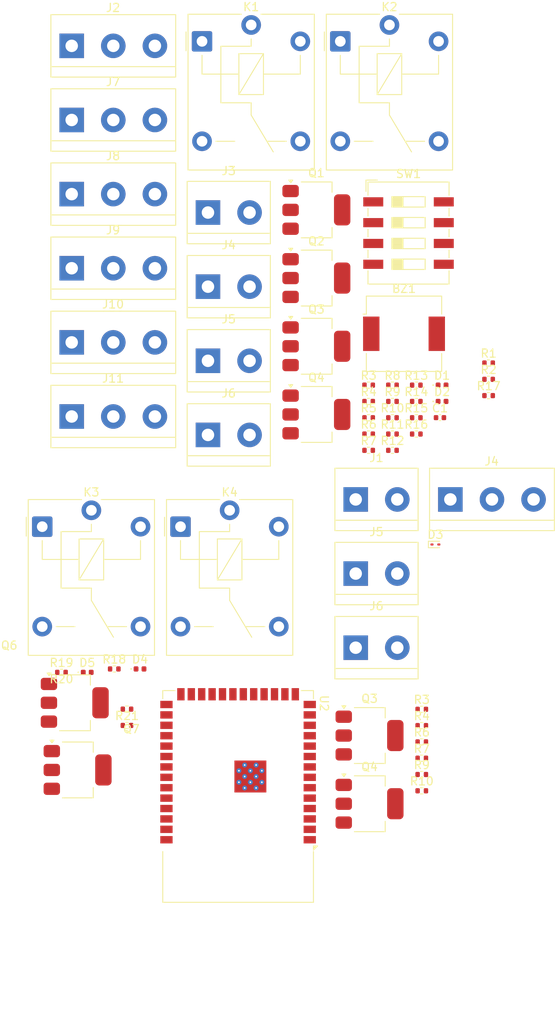
<source format=kicad_pcb>
(kicad_pcb (version 20241229) (generator "pcbnew") (generator_version "9.0")
  (layers (0 "F.Cu" signal) (2 "B.Cu" signal) (13 "F.Paste" user) (15 "B.Paste" user) (5 "F.SilkS" user "F.Silkscreen") (7 "B.SilkS" user "B.Silkscreen") (1 "F.Mask" user) (3 "B.Mask" user) (25 "Edge.Cuts" user))
  (net 0 "")
  (net 1 "Net-(BZ1--)")
  (net 2 "+5V")
  (net 3 "GND")
  (net 4 "Net-(D1-A)")
  (net 5 "Net-(D2-A)")
  (net 6 "Net-(J2-Pin_3)")
  (net 7 "Net-(J2-Pin_2)")
  (net 8 "PP")
  (net 9 "Net-(J4-Pin_1)")
  (net 10 "M2")
  (net 11 "M1")
  (net 12 "FTC")
  (net 13 "Net-(D4-A)")
  (net 14 "Net-(D5-A)")
  (net 18 "PP_M")
  (net 19 "KEYA_M")
  (net 20 "KEYC_M")
  (net 21 "/Board_Micro/to_Light")
  (net 22 "/Board_Micro/to_Buzzer")
  (net 24 "Net-(Q3-C)")
  (net 25 "Net-(Q4-C)")
  (net 26 "Net-(Q1-B)")
  (net 27 "Net-(Q2-B)")
  (net 28 "Net-(Q3-B)")
  (net 29 "Net-(Q4-B)")
  (net 30 "/Board_Micro/RST")
  (net 31 "VDD")
  (net 32 "KEYA")
  (net 33 "BZZR")
  (net 34 "Light")
  (net 35 "MC")
  (net 36 "MA")
  (net 37 "Net-(U1-D13)")
  (net 38 "Net-(U1-D12)")
  (net 39 "Net-(U1-D14)")
  (net 40 "Net-(U1-D27)")
  (net 77 "LSC_M")
  (net 78 "LSA_M")
  (net 79 "FTC_M")
  (net 80 "/Board_Micro/MOTOR_RIGHT")
  (net 81 "/Board_Micro/MOTOR_LEFT")
  (net 82 "/Board_Micro/motor_driver_rly/MOTOR_MICRO_L")
  (net 83 "Net-(Q6-C)")
  (net 84 "Net-(Q7-C)")
  (net 85 "/Board_Micro/motor_driver_rly/MOTOR_MICRO_R")
  (net 86 "Net-(Q6-B)")
  (net 87 "Net-(Q7-B)")
  (net 88 "Light_from_Micro")
  (net 89 "Bzzr_from_Micro")
  (footprint "TerminalBlock:TerminalBlock_bornier-2_P5.08mm" (layer "F.Cu") (at 139.46 132.575)
    (property "Reference" "J6" (at 2.54 -5.08 0) (layer "F.SilkS"))
    (property "Value" "Buzzer")
    (pad "1" thru_hole rect (at 0 0) (size 3 3) (drill 1.52) (layers "*.Cu" "*.Mask") (net 22 "/Board_Micro/to_Buzzer"))
    (pad "2" thru_hole circle (at 5.08 0) (size 3 3) (drill 1.52) (layers "*.Cu" "*.Mask") (net 31 "VDD"))
  )
  (footprint "Capacitor_SMD:C_0402_1005Metric" (layer "F.Cu") (at 149.75 104.49)
    (property "Reference" "C1" (at 0 -1.16 0) (layer "F.SilkS"))
    (property "Value" "22u")
    (pad "1" smd roundrect (at -0.48 0) (size 0.56 0.62) (layers "F.Cu" "F.Mask" "F.Paste") (net 2 "+5V"))
    (pad "2" smd roundrect (at 0.48 0) (size 0.56 0.62) (layers "F.Cu" "F.Mask" "F.Paste") (net 3 "GND"))
  )
  (footprint "Resistor_SMD:R_0402_1005Metric" (layer "F.Cu") (at 147.53 146.065)
    (property "Reference" "R7" (at 0 -1.17 0) (layer "F.SilkS"))
    (property "Value" "1k")
    (pad "1" smd roundrect (at -0.51 0) (size 0.54 0.64) (layers "F.Cu" "F.Mask" "F.Paste") (net 19 "KEYA_M"))
    (pad "2" smd roundrect (at 0.51 0) (size 0.54 0.64) (layers "F.Cu" "F.Mask" "F.Paste") (net 31 "VDD"))
  )
  (footprint "TerminalBlock:TerminalBlock_bornier-3_P5.08mm" (layer "F.Cu") (at 104.78 86.25)
    (property "Reference" "J9" (at 5.05 -4.65 0) (layer "F.SilkS"))
    (property "Value" "idk2")
    (pad "1" thru_hole rect (at 0 0) (size 3 3) (drill 1.52) (layers "*.Cu" "*.Mask"))
    (pad "2" thru_hole circle (at 5.08 0) (size 3 3) (drill 1.52) (layers "*.Cu" "*.Mask"))
    (pad "3" thru_hole circle (at 10.16 0) (size 3 3) (drill 1.52) (layers "*.Cu" "*.Mask"))
  )
  (footprint "Resistor_SMD:R_0402_1005Metric" (layer "F.Cu") (at 109.9775 135.17)
    (property "Reference" "R18" (at 0 -1.17 0) (layer "F.SilkS"))
    (property "Value" "1k")
    (pad "1" smd roundrect (at -0.51 0) (size 0.54 0.64) (layers "F.Cu" "F.Mask" "F.Paste") (net 81 "/Board_Micro/MOTOR_LEFT"))
    (pad "2" smd roundrect (at 0.51 0) (size 0.54 0.64) (layers "F.Cu" "F.Mask" "F.Paste") (net 86 "Net-(Q6-B)"))
  )
  (footprint "Resistor_SMD:R_0402_1005Metric" (layer "F.Cu") (at 141.04 100.52)
    (property "Reference" "R3" (at 0 -1.17 0) (layer "F.SilkS"))
    (property "Value" "1k")
    (pad "1" smd roundrect (at -0.51 0) (size 0.54 0.64) (layers "F.Cu" "F.Mask" "F.Paste") (net 6 "Net-(J2-Pin_3)"))
    (pad "2" smd roundrect (at 0.51 0) (size 0.54 0.64) (layers "F.Cu" "F.Mask" "F.Paste") (net 32 "KEYA"))
  )
  (footprint "Resistor_SMD:R_0402_1005Metric" (layer "F.Cu") (at 111.53 140.075)
    (property "Reference" "R20" (at -8 -3.67 0) (layer "F.SilkS"))
    (property "Value" "1k")
    (pad "1" smd roundrect (at -0.51 0) (size 0.54 0.64) (layers "F.Cu" "F.Mask" "F.Paste") (net 80 "/Board_Micro/MOTOR_RIGHT"))
    (pad "2" smd roundrect (at 0.51 0) (size 0.54 0.64) (layers "F.Cu" "F.Mask" "F.Paste") (net 87 "Net-(Q7-B)"))
  )
  (footprint "TerminalBlock:TerminalBlock_bornier-2_P5.08mm" (layer "F.Cu") (at 139.46 123.525)
    (property "Reference" "J5" (at 2.54 -5.08 0) (layer "F.SilkS"))
    (property "Value" "Light")
    (pad "1" thru_hole rect (at 0 0) (size 3 3) (drill 1.52) (layers "*.Cu" "*.Mask") (net 21 "/Board_Micro/to_Light"))
    (pad "2" thru_hole circle (at 5.08 0) (size 3 3) (drill 1.52) (layers "*.Cu" "*.Mask") (net 31 "VDD"))
  )
  (footprint "Resistor_SMD:R_0402_1005Metric" (layer "F.Cu") (at 147.53 144.075)
    (property "Reference" "R6" (at 0 -1.17 0) (layer "F.SilkS"))
    (property "Value" "1k")
    (pad "1" smd roundrect (at -0.51 0) (size 0.54 0.64) (layers "F.Cu" "F.Mask" "F.Paste") (net 20 "KEYC_M"))
    (pad "2" smd roundrect (at 0.51 0) (size 0.54 0.64) (layers "F.Cu" "F.Mask" "F.Paste") (net 31 "VDD"))
  )
  (footprint "LED_SMD:LED_0402_1005Metric" (layer "F.Cu") (at 150.005 100.52)
    (property "Reference" "D1" (at 0 -1.17 0) (layer "F.SilkS"))
    (property "Value" "CLOSED LED")
    (pad "1" smd roundrect (at -0.485 0) (size 0.59 0.64) (layers "F.Cu" "F.Mask" "F.Paste") (net 3 "GND"))
    (pad "2" smd roundrect (at 0.485 0) (size 0.59 0.64) (layers "F.Cu" "F.Mask" "F.Paste") (net 4 "Net-(D1-A)"))
  )
  (footprint "TerminalBlock:TerminalBlock_bornier-3_P5.08mm" (layer "F.Cu") (at 104.78 59.1)
    (property "Reference" "J2" (at 5.05 -4.65 0) (layer "F.SilkS"))
    (property "Value" "KEY")
    (pad "1" thru_hole rect (at 0 0) (size 3 3) (drill 1.52) (layers "*.Cu" "*.Mask") (net 3 "GND"))
    (pad "2" thru_hole circle (at 5.08 0) (size 3 3) (drill 1.52) (layers "*.Cu" "*.Mask") (net 7 "Net-(J2-Pin_2)"))
    (pad "3" thru_hole circle (at 10.16 0) (size 3 3) (drill 1.52) (layers "*.Cu" "*.Mask") (net 6 "Net-(J2-Pin_3)"))
  )
  (footprint "Resistor_SMD:R_0402_1005Metric" (layer "F.Cu") (at 155.69 97.82)
    (property "Reference" "R1" (at 0 -1.17 0) (layer "F.SilkS"))
    (property "Value" "22k")
    (pad "1" smd roundrect (at -0.51 0) (size 0.54 0.64) (layers "F.Cu" "F.Mask" "F.Paste") (net 30 "/Board_Micro/RST"))
    (pad "2" smd roundrect (at 0.51 0) (size 0.54 0.64) (layers "F.Cu" "F.Mask" "F.Paste") (net 31 "VDD"))
  )
  (footprint "Resistor_SMD:R_0402_1005Metric" (layer "F.Cu") (at 146.86 104.5)
    (property "Reference" "R15" (at 0 -1.17 0) (layer "F.SilkS"))
    (property "Value" "1k")
    (pad "1" smd roundrect (at -0.51 0) (size 0.54 0.64) (layers "F.Cu" "F.Mask" "F.Paste") (net 32 "KEYA"))
    (pad "2" smd roundrect (at 0.51 0) (size 0.54 0.64) (layers "F.Cu" "F.Mask" "F.Paste") (net 39 "Net-(U1-D14)"))
  )
  (footprint "Resistor_SMD:R_0402_1005Metric" (layer "F.Cu") (at 146.86 102.51)
    (property "Reference" "R14" (at 0 -1.17 0) (layer "F.SilkS"))
    (property "Value" "1k")
    (pad "1" smd roundrect (at -0.51 0) (size 0.54 0.64) (layers "F.Cu" "F.Mask" "F.Paste") (net 32 "KEYA"))
    (pad "2" smd roundrect (at 0.51 0) (size 0.54 0.64) (layers "F.Cu" "F.Mask" "F.Paste") (net 38 "Net-(U1-D12)"))
  )
  (footprint "Resistor_SMD:R_0402_1005Metric" (layer "F.Cu") (at 155.69 101.8)
    (property "Reference" "R17" (at 0 -1.17 0) (layer "F.SilkS"))
    (property "Value" "1k")
    (pad "1" smd roundrect (at -0.51 0) (size 0.54 0.64) (layers "F.Cu" "F.Mask" "F.Paste") (net 78 "LSA_M"))
    (pad "2" smd roundrect (at 0.51 0) (size 0.54 0.64) (layers "F.Cu" "F.Mask" "F.Paste") (net 31 "VDD"))
  )
  (footprint "Resistor_SMD:R_0402_1005Metric" (layer "F.Cu") (at 143.95 106.49)
    (property "Reference" "R11" (at 0 -1.17 0) (layer "F.SilkS"))
    (property "Value" "1k")
    (pad "1" smd roundrect (at -0.51 0) (size 0.54 0.64) (layers "F.Cu" "F.Mask" "F.Paste") (net 36 "MA"))
    (pad "2" smd roundrect (at 0.51 0) (size 0.54 0.64) (layers "F.Cu" "F.Mask" "F.Paste") (net 29 "Net-(Q4-B)"))
  )
  (footprint "Resistor_SMD:R_0402_1005Metric" (layer "F.Cu") (at 143.95 102.51)
    (property "Reference" "R9" (at 0 -1.17 0) (layer "F.SilkS"))
    (property "Value" "220")
    (pad "1" smd roundrect (at -0.51 0) (size 0.54 0.64) (layers "F.Cu" "F.Mask" "F.Paste") (net 4 "Net-(D1-A)"))
    (pad "2" smd roundrect (at 0.51 0) (size 0.54 0.64) (layers "F.Cu" "F.Mask" "F.Paste") (net 35 "MC"))
  )
  (footprint "TerminalBlock:TerminalBlock_bornier-2_P5.08mm" (layer "F.Cu") (at 121.42 79.45)
    (property "Reference" "J3" (at 2.54 -5.08 0) (layer "F.SilkS"))
    (property "Value" "PP")
    (pad "1" thru_hole rect (at 0 0) (size 3 3) (drill 1.52) (layers "*.Cu" "*.Mask") (net 3 "GND"))
    (pad "2" thru_hole circle (at 5.08 0) (size 3 3) (drill 1.52) (layers "*.Cu" "*.Mask") (net 8 "PP"))
  )
  (footprint "Resistor_SMD:R_0402_1005Metric" (layer "F.Cu") (at 141.04 104.5)
    (property "Reference" "R5" (at 0 -1.17 0) (layer "F.SilkS"))
    (property "Value" "1k")
    (pad "1" smd roundrect (at -0.51 0) (size 0.54 0.64) (layers "F.Cu" "F.Mask" "F.Paste") (net 32 "KEYA"))
    (pad "2" smd roundrect (at 0.51 0) (size 0.54 0.64) (layers "F.Cu" "F.Mask" "F.Paste") (net 8 "PP"))
  )
  (footprint "Package_TO_SOT_SMD:SOT-223-3_TabPin2" (layer "F.Cu") (at 141.15 151.625)
    (property "Reference" "Q4" (at 0 -4.5 0) (layer "F.SilkS"))
    (property "Value" "PNP")
    (pad "1" smd roundrect (at -3.15 -2.3) (size 2 1.5) (layers "F.Cu" "F.Mask" "F.Paste") (net 29 "Net-(Q4-B)"))
    (pad "2" smd roundrect (at -3.15 0) (size 2 1.5) (layers "F.Cu" "F.Mask" "F.Paste") (net 22 "/Board_Micro/to_Buzzer"))
    (pad "2" smd roundrect (at 3.15 0) (size 2 3.8) (layers "F.Cu" "F.Mask" "F.Paste") (net 22 "/Board_Micro/to_Buzzer"))
    (pad "3" smd roundrect (at -3.15 2.3) (size 2 1.5) (layers "F.Cu" "F.Mask" "F.Paste") (net 3 "GND"))
  )
  (footprint "RF_Module:ESP32-S3-WROOM-1" (layer "F.Cu") (at 125.1 150.76 180)
    (property "Reference" "U2" (at -10.5 11.4 270) (layer "F.SilkS"))
    (property "Value" "ESP32-S3-WROOM-1")
    (pad "1" smd rect (at -8.75 -5.26 180) (size 1.5 0.9) (layers "F.Cu" "F.Mask" "F.Paste") (net 3 "GND"))
    (pad "2" smd rect (at -8.75 -3.99 180) (size 1.5 0.9) (layers "F.Cu" "F.Mask" "F.Paste") (net 31 "VDD"))
    (pad "3" smd rect (at -8.75 -2.72 180) (size 1.5 0.9) (layers "F.Cu" "F.Mask" "F.Paste") (net 30 "/Board_Micro/RST"))
    (pad "4" smd rect (at -8.75 -1.45 180) (size 1.5 0.9) (layers "F.Cu" "F.Mask" "F.Paste"))
    (pad "5" smd rect (at -8.75 -0.18 180) (size 1.5 0.9) (layers "F.Cu" "F.Mask" "F.Paste"))
    (pad "6" smd rect (at -8.75 1.09 180) (size 1.5 0.9) (layers "F.Cu" "F.Mask" "F.Paste"))
    (pad "7" smd rect (at -8.75 2.36 180) (size 1.5 0.9) (layers "F.Cu" "F.Mask" "F.Paste"))
    (pad "8" smd rect (at -8.75 3.63 180) (size 1.5 0.9) (layers "F.Cu" "F.Mask" "F.Paste"))
    (pad "9" smd rect (at -8.75 4.9 180) (size 1.5 0.9) (layers "F.Cu" "F.Mask" "F.Paste"))
    (pad "10" smd rect (at -8.75 6.17 180) (size 1.5 0.9) (layers "F.Cu" "F.Mask" "F.Paste"))
    (pad "11" smd rect (at -8.75 7.44 180) (size 1.5 0.9) (layers "F.Cu" "F.Mask" "F.Paste"))
    (pad "12" smd rect (at -8.75 8.71 180) (size 1.5 0.9) (layers "F.Cu" "F.Mask" "F.Paste"))
    (pad "13" smd rect (at -8.75 9.98 180) (size 1.5 0.9) (layers "F.Cu" "F.Mask" "F.Paste"))
    (pad "14" smd rect (at -8.75 11.25) (size 1.5 0.9) (layers "F.Cu" "F.Mask" "F.Paste"))
    (pad "15" smd rect (at -6.985 12.5 90) (size 1.5 0.9) (layers "F.Cu" "F.Mask" "F.Paste"))
    (pad "16" smd rect (at -5.715 12.5 90) (size 1.5 0.9) (layers "F.Cu" "F.Mask" "F.Paste"))
    (pad "17" smd rect (at -4.445 12.5 90) (size 1.5 0.9) (layers "F.Cu" "F.Mask" "F.Paste"))
    (pad "18" smd rect (at -3.175 12.5 90) (size 1.5 0.9) (layers "F.Cu" "F.Mask" "F.Paste"))
    (pad "19" smd rect (at -1.905 12.5 90) (size 1.5 0.9) (layers "F.Cu" "F.Mask" "F.Paste"))
    (pad "20" smd rect (at -0.635 12.5 90) (size 1.5 0.9) (layers "F.Cu" "F.Mask" "F.Paste"))
    (pad "21" smd rect (at 0.635 12.5 90) (size 1.5 0.9) (layers "F.Cu" "F.Mask" "F.Paste"))
    (pad "22" smd rect (at 1.905 12.5 90) (size 1.5 0.9) (layers "F.Cu" "F.Mask" "F.Paste"))
    (pad "23" smd rect (at 3.175 12.5 90) (size 1.5 0.9) (layers "F.Cu" "F.Mask" "F.Paste"))
    (pad "24" smd rect (at 4.445 12.5 90) (size 1.5 0.9) (layers "F.Cu" "F.Mask" "F.Paste"))
    (pad "25" smd rect (at 5.715 12.5 90) (size 1.5 0.9) (layers "F.Cu" "F.Mask" "F.Paste"))
    (pad "26" smd rect (at 6.985 12.5 90) (size 1.5 0.9) (layers "F.Cu" "F.Mask" "F.Paste"))
    (pad "27" smd rect (at 8.75 11.25 180) (size 1.5 0.9) (layers "F.Cu" "F.Mask" "F.Paste"))
    (pad "28" smd rect (at 8.75 9.98 180) (size 1.5 0.9) (layers "F.Cu" "F.Mask" "F.Paste"))
    (pad "29" smd rect (at 8.75 8.71 180) (size 1.5 0.9) (layers "F.Cu" "F.Mask" "F.Paste"))
    (pad "30" smd rect (at 8.75 7.44 180) (size 1.5 0.9) (layers "F.Cu" "F.Mask" "F.Paste"))
    (pad "31" smd rect (at 8.75 6.17 180) (size 1.5 0.9) (layers "F.Cu" "F.Mask" "F.Paste"))
    (pad "32" smd rect (at 8.75 4.9 180) (size 1.5 0.9) (layers "F.Cu" "F.Mask" "F.Paste"))
    (pad "33" smd rect (at 8.75 3.63 180) (size 1.5 0.9) (layers "F.Cu" "F.Mask" "F.Paste"))
    (pad "34" smd rect (at 8.75 2.36 180) (size 1.5 0.9) (layers "F.Cu" "F.Mask" "F.Paste"))
    (pad "35" smd rect (at 8.75 1.09 180) (size 1.5 0.9) (layers "F.Cu" "F.Mask" "F.Paste"))
    (pad "36" smd rect (at 8.75 -0.18 180) (size 1.5 0.9) (layers "F.Cu" "F.Mask" "F.Paste"))
    (pad "37" smd rect (at 8.75 -1.45 180) (size 1.5 0.9) (layers "F.Cu" "F.Mask" "F.Paste"))
    (pad "38" smd rect (at 8.75 -2.72 180) (size 1.5 0.9) (layers "F.Cu" "F.Mask" "F.Paste"))
    (pad "39" smd rect (at 8.75 -3.99 180) (size 1.5 0.9) (layers "F.Cu" "F.Mask" "F.Paste"))
    (pad "40" smd rect (at 8.75 -5.26 180) (size 1.5 0.9) (layers "F.Cu" "F.Mask" "F.Paste") (net 3 "GND"))
    (pad "41" thru_hole circle (at -2.9 1.76 270) (size 0.6 0.6) (drill 0.2) (property pad_prop_heatsink) (layers "*.Cu" "F.Mask") (net 3 "GND"))
    (pad "41" thru_hole circle (at -2.9 3.16 180) (size 0.6 0.6) (drill 0.2) (property pad_prop_heatsink) (layers "*.Cu" "F.Mask") (net 3 "GND"))
    (pad "41" thru_hole circle (at -2.2 1.06 180) (size 0.6 0.6) (drill 0.2) (property pad_prop_heatsink) (layers "*.Cu" "F.Mask") (net 3 "GND"))
    (pad "41" thru_hole circle (at -2.2 2.46 180) (size 0.6 0.6) (drill 0.2) (property pad_prop_heatsink) (layers "*.Cu" "F.Mask") (net 3 "GND"))
    (pad "41" thru_hole circle (at -2.2 3.86 180) (size 0.6 0.6) (drill 0.2) (property pad_prop_heatsink) (layers "*.Cu" "F.Mask") (net 3 "GND"))
    (pad "41" thru_hole circle (at -1.5 1.76 180) (size 0.6 0.6) (drill 0.2) (property pad_prop_heatsink) (layers "*.Cu" "F.Mask") (net 3 "GND"))
    (pad "41" smd rect (at -1.5 2.46 90) (size 3.9 3.9) (property pad_prop_heatsink) (layers "F.Cu" "F.Mask") (net 3 "GND"))
    (pad "41" thru_hole circle (at -1.5 3.16 180) (size 0.6 0.6) (drill 0.2) (property pad_prop_heatsink) (layers "*.Cu" "F.Mask") (net 3 "GND"))
    (pad "41" thru_hole circle (at -0.8 1.06 180) (size 0.6 0.6) (drill 0.2) (property pad_prop_heatsink) (layers "*.Cu" "F.Mask") (net 3 "GND"))
    (pad "41" thru_hole circle (at -0.8 2.46 180) (size 0.6 0.6) (drill 0.2) (property pad_prop_heatsink) (layers "*.Cu" "F.Mask") (net 3 "GND"))
    (pad "41" thru_hole circle (at -0.8 3.86 180) (size 0.6 0.6) (drill 0.2) (property pad_prop_heatsink) (layers "*.Cu" "F.Mask") (net 3 "GND"))
    (pad "41" thru_hole circle (at -0.1 1.76 180) (size 0.6 0.6) (drill 0.2) (property pad_prop_heatsink) (layers "*.Cu" "F.Mask") (net 3 "GND"))
    (pad "41" thru_hole circle (at -0.1 3.16 180) (size 0.6 0.6) (drill 0.2) (property pad_prop_heatsink) (layers "*.Cu" "F.Mask") (net 3 "GND"))
  )
  (footprint "Package_TO_SOT_SMD:SOT-223-3_TabPin2" (layer "F.Cu") (at 105.5 147.5)
    (property "Reference" "Q7" (at 6.5675 -5 0) (layer "F.SilkS"))
    (property "Value" "PNP")
    (pad "1" smd roundrect (at -3.15 -2.3) (size 2 1.5) (layers "F.Cu" "F.Mask" "F.Paste") (net 87 "Net-(Q7-B)"))
    (pad "2" smd roundrect (at -3.15 0) (size 2 1.5) (layers "F.Cu" "F.Mask" "F.Paste") (net 84 "Net-(Q7-C)"))
    (pad "2" smd roundrect (at 3.15 0) (size 2 3.8) (layers "F.Cu" "F.Mask" "F.Paste") (net 84 "Net-(Q7-C)"))
    (pad "3" smd roundrect (at -3.15 2.3) (size 2 1.5) (layers "F.Cu" "F.Mask" "F.Paste") (net 3 "GND"))
  )
  (footprint "Resistor_SMD:R_0402_1005Metric" (layer "F.Cu") (at 146.86 106.49)
    (property "Reference" "R16" (at 0 -1.17 0) (layer "F.SilkS"))
    (property "Value" "1k")
    (pad "1" smd roundrect (at -0.51 0) (size 0.54 0.64) (layers "F.Cu" "F.Mask" "F.Paste") (net 32 "KEYA"))
    (pad "2" smd roundrect (at 0.51 0) (size 0.54 0.64) (layers "F.Cu" "F.Mask" "F.Paste") (net 40 "Net-(U1-D27)"))
  )
  (footprint "Resistor_SMD:R_0402_1005Metric" (layer "F.Cu") (at 141.04 108.48)
    (property "Reference" "R7" (at 0 -1.17 0) (layer "F.SilkS"))
    (property "Value" "1k")
    (pad "1" smd roundrect (at -0.51 0) (size 0.54 0.64) (layers "F.Cu" "F.Mask" "F.Paste") (net 34 "Light"))
    (pad "2" smd roundrect (at 0.51 0) (size 0.54 0.64) (layers "F.Cu" "F.Mask" "F.Paste") (net 27 "Net-(Q2-B)"))
  )
  (footprint "TerminalBlock:TerminalBlock_bornier-3_P5.08mm" (layer "F.Cu") (at 104.78 104.35)
    (property "Reference" "J11" (at 5.05 -4.65 0) (layer "F.SilkS"))
    (property "Value" "Motor")
    (pad "1" thru_hole rect (at 0 0) (size 3 3) (drill 1.52) (layers "*.Cu" "*.Mask") (net 80 "/Board_Micro/MOTOR_RIGHT"))
    (pad "2" thru_hole circle (at 5.08 0) (size 3 3) (drill 1.52) (layers "*.Cu" "*.Mask"))
    (pad "3" thru_hole circle (at 10.16 0) (size 3 3) (drill 1.52) (layers "*.Cu" "*.Mask") (net 81 "/Board_Micro/MOTOR_LEFT"))
  )
  (footprint "TerminalBlock:TerminalBlock_bornier-3_P5.08mm" (layer "F.Cu") (at 104.78 95.3)
    (property "Reference" "J10" (at 5.05 -4.65 0) (layer "F.SilkS"))
    (property "Value" "FTC")
    (pad "1" thru_hole rect (at 0 0) (size 3 3) (drill 1.52) (layers "*.Cu" "*.Mask") (net 31 "VDD"))
    (pad "2" thru_hole circle (at 5.08 0) (size 3 3) (drill 1.52) (layers "*.Cu" "*.Mask") (net 79 "FTC_M"))
    (pad "3" thru_hole circle (at 10.16 0) (size 3 3) (drill 1.52) (layers "*.Cu" "*.Mask") (net 3 "GND"))
  )
  (footprint "Resistor_SMD:R_0402_1005Metric" (layer "F.Cu") (at 147.53 148.055)
    (property "Reference" "R9" (at 0 -1.17 0) (layer "F.SilkS"))
    (property "Value" "1k")
    (pad "1" smd roundrect (at -0.51 0) (size 0.54 0.64) (layers "F.Cu" "F.Mask" "F.Paste") (net 88 "Light_from_Micro"))
    (pad "2" smd roundrect (at 0.51 0) (size 0.54 0.64) (layers "F.Cu" "F.Mask" "F.Paste") (net 28 "Net-(Q3-B)"))
  )
  (footprint "Package_TO_SOT_SMD:SOT-223-3_TabPin2" (layer "F.Cu") (at 105.15 139.3)
    (property "Reference" "Q6" (at -8 -7 0) (layer "F.SilkS"))
    (property "Value" "PNP")
    (pad "1" smd roundrect (at -3.15 -2.3) (size 2 1.5) (layers "F.Cu" "F.Mask" "F.Paste") (net 86 "Net-(Q6-B)"))
    (pad "2" smd roundrect (at -3.15 0) (size 2 1.5) (layers "F.Cu" "F.Mask" "F.Paste") (net 83 "Net-(Q6-C)"))
    (pad "2" smd roundrect (at 3.15 0) (size 2 3.8) (layers "F.Cu" "F.Mask" "F.Paste") (net 83 "Net-(Q6-C)"))
    (pad "3" smd roundrect (at -3.15 2.3) (size 2 1.5) (layers "F.Cu" "F.Mask" "F.Paste") (net 3 "GND"))
  )
  (footprint "Resistor_SMD:R_0402_1005Metric" (layer "F.Cu") (at 143.95 104.5)
    (property "Reference" "R10" (at 0 -1.17 0) (layer "F.SilkS"))
    (property "Value" "1k")
    (pad "1" smd roundrect (at -0.51 0) (size 0.54 0.64) (layers "F.Cu" "F.Mask" "F.Paste") (net 35 "MC"))
    (pad "2" smd roundrect (at 0.51 0) (size 0.54 0.64) (layers "F.Cu" "F.Mask" "F.Paste") (net 28 "Net-(Q3-B)"))
  )
  (footprint "LED_SMD:LED_0402_1005Metric" (layer "F.Cu") (at 106.675 135.585)
    (property "Reference" "D5" (at 0 -1.17 0) (layer "F.SilkS"))
    (property "Value" "OPEN LED")
    (pad "1" smd roundrect (at -0.485 0) (size 0.59 0.64) (layers "F.Cu" "F.Mask" "F.Paste") (net 3 "GND"))
    (pad "2" smd roundrect (at 0.485 0) (size 0.59 0.64) (layers "F.Cu" "F.Mask" "F.Paste") (net 14 "Net-(D5-A)"))
  )
  (footprint "Resistor_SMD:R_0402_1005Metric" (layer "F.Cu") (at 143.95 100.52)
    (property "Reference" "R8" (at 0 -1.17 0) (layer "F.SilkS"))
    (property "Value" "1k")
    (pad "1" smd roundrect (at -0.51 0) (size 0.54 0.64) (layers "F.Cu" "F.Mask" "F.Paste") (net 32 "KEYA"))
    (pad "2" smd roundrect (at 0.51 0) (size 0.54 0.64) (layers "F.Cu" "F.Mask" "F.Paste") (net 12 "FTC"))
  )
  (footprint "Resistor_SMD:R_0402_1005Metric" (layer "F.Cu") (at 103.53 135.585)
    (property "Reference" "R19" (at 0 -1.17 0) (layer "F.SilkS"))
    (property "Value" "220")
    (pad "1" smd roundrect (at -0.51 0) (size 0.54 0.64) (layers "F.Cu" "F.Mask" "F.Paste") (net 13 "Net-(D4-A)"))
    (pad "2" smd roundrect (at 0.51 0) (size 0.54 0.64) (layers "F.Cu" "F.Mask" "F.Paste") (net 81 "/Board_Micro/MOTOR_LEFT"))
  )
  (footprint "LED_SMD:LED_0402_1005Metric" (layer "F.Cu") (at 113.1225 135.17)
    (property "Reference" "D4" (at 0 -1.17 0) (layer "F.SilkS"))
    (property "Value" "CLOSED LED")
    (pad "1" smd roundrect (at -0.485 0) (size 0.59 0.64) (layers "F.Cu" "F.Mask" "F.Paste") (net 3 "GND"))
    (pad "2" smd roundrect (at 0.485 0) (size 0.59 0.64) (layers "F.Cu" "F.Mask" "F.Paste") (net 13 "Net-(D4-A)"))
  )
  (footprint "Resistor_SMD:R_0402_1005Metric" (layer "F.Cu") (at 155.69 99.81)
    (property "Reference" "R2" (at 0 -1.17 0) (layer "F.SilkS"))
    (property "Value" "1k")
    (pad "1" smd roundrect (at -0.51 0) (size 0.54 0.64) (layers "F.Cu" "F.Mask" "F.Paste") (net 31 "VDD"))
    (pad "2" smd roundrect (at 0.51 0) (size 0.54 0.64) (layers "F.Cu" "F.Mask" "F.Paste") (net 77 "LSC_M"))
  )
  (footprint "Resistor_SMD:R_0402_1005Metric" (layer "F.Cu") (at 141.04 102.51)
    (property "Reference" "R4" (at 0 -1.17 0) (layer "F.SilkS"))
    (property "Value" "1k")
    (pad "1" smd roundrect (at -0.51 0) (size 0.54 0.64) (layers "F.Cu" "F.Mask" "F.Paste") (net 32 "KEYA"))
    (pad "2" smd roundrect (at 0.51 0) (size 0.54 0.64) (layers "F.Cu" "F.Mask" "F.Paste") (net 7 "Net-(J2-Pin_2)"))
  )
  (footprint "Resistor_SMD:R_0402_1005Metric" (layer "F.Cu") (at 147.53 140.095)
    (property "Reference" "R3" (at 0 -1.17 0) (layer "F.SilkS"))
    (property "Value" "1k")
    (pad "1" smd roundrect (at -0.51 0) (size 0.54 0.64) (layers "F.Cu" "F.Mask" "F.Paste") (net 18 "PP_M"))
    (pad "2" smd roundrect (at 0.51 0) (size 0.54 0.64) (layers "F.Cu" "F.Mask" "F.Paste") (net 31 "VDD"))
  )
  (footprint "Buzzer_Beeper:Buzzer_CUI_CPT-9019S-SMT" (layer "F.Cu") (at 145.36 94.25)
    (property "Reference" "BZ1" (at 0 -5.5 0) (layer "F.SilkS"))
    (property "Value" "Buzzer")
    (pad "1" smd rect (at -4 0) (size 2 4.2) (layers "F.Cu" "F.Mask" "F.Paste") (net 2 "+5V"))
    (pad "2" smd rect (at 4 0) (size 2 4.2) (layers "F.Cu" "F.Mask" "F.Paste") (net 1 "Net-(BZ1--)"))
  )
  (footprint "TerminalBlock:TerminalBlock_bornier-2_P5.08mm" (layer "F.Cu") (at 139.46 114.475)
    (property "Reference" "J1" (at 2.54 -5.08 0) (layer "F.SilkS"))
    (property "Value" "PP")
    (pad "1" thru_hole rect (at 0 0) (size 3 3) (drill 1.52) (layers "*.Cu" "*.Mask") (net 18 "PP_M"))
    (pad "2" thru_hole circle (at 5.08 0) (size 3 3) (drill 1.52) (layers "*.Cu" "*.Mask") (net 3 "GND"))
  )
  (footprint "Relay_THT:Relay_SPDT_Finder_36.11" (layer "F.Cu") (at 101.1825 117.8)
    (property "Reference" "K3" (at 6 -4.2 0) (layer "F.SilkS"))
    (property "Value" "Relay 2")
    (pad "11" thru_hole circle (at 6 -2) (size 2.4 2.4) (drill 1.3) (layers "*.Cu" "*.Mask") (net 82 "/Board_Micro/motor_driver_rly/MOTOR_MICRO_L") (clearance 0.2))
    (pad "12" thru_hole circle (at 12 12.2) (size 2.4 2.4) (drill 1.3) (layers "*.Cu" "*.Mask") (net 31 "VDD"))
    (pad "14" thru_hole circle (at 0 12.2) (size 2.4 2.4) (drill 1.3) (layers "*.Cu" "*.Mask") (net 3 "GND"))
    (pad "A1" thru_hole roundrect (at 0 0) (size 2.5 2.5) (drill 1.3) (layers "*.Cu" "*.Mask") (roundrect_rratio 0.1) (net 31 "VDD"))
    (pad "A2" thru_hole circle (at 12 0) (size 2.4 2.4) (drill 1.3) (layers "*.Cu" "*.Mask") (net 83 "Net-(Q6-C)"))
  )
  (footprint "TerminalBlock:TerminalBlock_bornier-3_P5.08mm" (layer "F.Cu") (at 104.78 77.2)
    (property "Reference" "J8" (at 5.05 -4.65 0) (layer "F.SilkS"))
    (property "Value" "Limit Switch")
    (pad "1" thru_hole rect (at 0 0) (size 3 3) (drill 1.52) (layers "*.Cu" "*.Mask") (net 78 "LSA_M"))
    (pad "2" thru_hole circle (at 5.08 0) (size 3 3) (drill 1.52) (layers "*.Cu" "*.Mask") (net 3 "GND"))
    (pad "3" thru_hole circle (at 10.16 0) (size 3 3) (drill 1.52) (layers "*.Cu" "*.Mask") (net 77 "LSC_M"))
  )
  (footprint "Resistor_SMD:R_0402_1005Metric" (layer "F.Cu") (at 146.86 100.52)
    (property "Reference" "R13" (at 0 -1.17 0) (layer "F.SilkS"))
    (property "Value" "1k")
    (pad "1" smd roundrect (at -0.51 0) (size 0.54 0.64) (layers "F.Cu" "F.Mask" "F.Paste") (net 32 "KEYA"))
    (pad "2" smd roundrect (at 0.51 0) (size 0.54 0.64) (layers "F.Cu" "F.Mask" "F.Paste") (net 37 "Net-(U1-D13)"))
  )
  (footprint "TerminalBlock:TerminalBlock_bornier-2_P5.08mm" (layer "F.Cu") (at 121.42 88.5)
    (property "Reference" "J4" (at 2.54 -5.08 0) (layer "F.SilkS"))
    (property "Value" "Light")
    (pad "1" thru_hole rect (at 0 0) (size 3 3) (drill 1.52) (layers "*.Cu" "*.Mask") (net 9 "Net-(J4-Pin_1)"))
    (pad "2" thru_hole circle (at 5.08 0) (size 3 3) (drill 1.52) (layers "*.Cu" "*.Mask") (net 2 "+5V"))
  )
  (footprint "TerminalBlock:TerminalBlock_bornier-2_P5.08mm" (layer "F.Cu") (at 121.42 106.6)
    (property "Reference" "J6" (at 2.54 -5.08 0) (layer "F.SilkS"))
    (property "Value" "VIn")
    (pad "1" thru_hole rect (at 0 0) (size 3 3) (drill 1.52) (layers "*.Cu" "*.Mask") (net 3 "GND"))
    (pad "2" thru_hole circle (at 5.08 0) (size 3 3) (drill 1.52) (layers "*.Cu" "*.Mask") (net 2 "+5V"))
  )
  (footprint "Resistor_SMD:R_0402_1005Metric" (layer "F.Cu") (at 147.53 150.045)
    (property "Reference" "R10" (at 0 -1.17 0) (layer "F.SilkS"))
    (property "Value" "1k")
    (pad "1" smd roundrect (at -0.51 0) (size 0.54 0.64) (layers "F.Cu" "F.Mask" "F.Paste") (net 89 "Bzzr_from_Micro"))
    (pad "2" smd roundrect (at 0.51 0) (size 0.54 0.64) (layers "F.Cu" "F.Mask" "F.Paste") (net 29 "Net-(Q4-B)"))
  )
  (footprint "LED_SMD:LED_0402_1005Metric" (layer "F.Cu") (at 150.005 102.51)
    (property "Reference" "D2" (at 0 -1.17 0) (layer "F.SilkS"))
    (property "Value" "OPEN LED")
    (pad "1" smd roundrect (at -0.485 0) (size 0.59 0.64) (layers "F.Cu" "F.Mask" "F.Paste") (net 3 "GND"))
    (pad "2" smd roundrect (at 0.485 0) (size 0.59 0.64) (layers "F.Cu" "F.Mask" "F.Paste") (net 5 "Net-(D2-A)"))
  )
  (footprint "TerminalBlock:TerminalBlock_bornier-3_P5.08mm" (layer "F.Cu") (at 104.78 68.15)
    (property "Reference" "J7" (at 5.05 -4.65 0) (layer "F.SilkS"))
    (property "Value" "Fotocelda")
    (pad "1" thru_hole rect (at 0 0) (size 3 3) (drill 1.52) (layers "*.Cu" "*.Mask") (net 3 "GND"))
    (pad "2" thru_hole circle (at 5.08 0) (size 3 3) (drill 1.52) (layers "*.Cu" "*.Mask") (net 12 "FTC"))
    (pad "3" thru_hole circle (at 10.16 0) (size 3 3) (drill 1.52) (layers "*.Cu" "*.Mask") (net 2 "+5V"))
  )
  (footprint "Resistor_SMD:R_0402_1005Metric" (layer "F.Cu") (at 111.53 142.065)
    (property "Reference" "R21" (at 0 -1.17 0) (layer "F.SilkS"))
    (property "Value" "220")
    (pad "1" smd roundrect (at -0.51 0) (size 0.54 0.64) (layers "F.Cu" "F.Mask" "F.Paste") (net 14 "Net-(D5-A)"))
    (pad "2" smd roundrect (at 0.51 0) (size 0.54 0.64) (layers "F.Cu" "F.Mask" "F.Paste") (net 80 "/Board_Micro/MOTOR_RIGHT"))
  )
  (footprint "TerminalBlock:TerminalBlock_bornier-3_P5.08mm" (layer "F.Cu") (at 151.02 114.475)
    (property "Reference" "J4" (at 5.05 -4.65 0) (layer "F.SilkS"))
    (property "Value" "KEY")
    (pad "1" thru_hole rect (at 0 0) (size 3 3) (drill 1.52) (layers "*.Cu" "*.Mask") (net 19 "KEYA_M"))
    (pad "2" thru_hole circle (at 5.08 0) (size 3 3) (drill 1.52) (layers "*.Cu" "*.Mask") (net 20 "KEYC_M"))
    (pad "3" thru_hole circle (at 10.16 0) (size 3 3) (drill 1.52) (layers "*.Cu" "*.Mask") (net 3 "GND"))
  )
  (footprint "Relay_THT:Relay_SPDT_Finder_36.11" (layer "F.Cu") (at 137.58 58.55)
    (property "Reference" "K2" (at 6 -4.2 0) (layer "F.SilkS"))
    (property "Value" "Relay 1")
    (pad "11" thru_hole circle (at 6 -2) (size 2.4 2.4) (drill 1.3) (layers "*.Cu" "*.Mask") (net 11 "M1") (clearance 0.2))
    (pad "12" thru_hole circle (at 12 12.2) (size 2.4 2.4) (drill 1.3) (layers "*.Cu" "*.Mask") (net 2 "+5V"))
    (pad "14" thru_hole circle (at 0 12.2) (size 2.4 2.4) (drill 1.3) (layers "*.Cu" "*.Mask") (net 3 "GND"))
    (pad "A1" thru_hole roundrect (at 0 0) (size 2.5 2.5) (drill 1.3) (layers "*.Cu" "*.Mask") (roundrect_rratio 0.1) (net 2 "+5V"))
    (pad "A2" thru_hole circle (at 12 0) (size 2.4 2.4) (drill 1.3) (layers "*.Cu" "*.Mask") (net 25 "Net-(Q4-C)"))
  )
  (footprint "Relay_THT:Relay_SPDT_Finder_36.11" (layer "F.Cu") (at 118.0675 117.8)
    (property "Reference" "K4" (at 6 -4.2 0) (layer "F.SilkS"))
    (property "Value" "Relay 1")
    (pad "11" thru_hole circle (at 6 -2) (size 2.4 2.4) (drill 1.3) (layers "*.Cu" "*.Mask") (net 85 "/Board_Micro/motor_driver_rly/MOTOR_MICRO_R") (clearance 0.2))
    (pad "12" thru_hole circle (at 12 12.2) (size 2.4 2.4) (drill 1.3) (layers "*.Cu" "*.Mask") (net 31 "VDD"))
    (pad "14" thru_hole circle (at 0 12.2) (size 2.4 2.4) (drill 1.3) (layers "*.Cu" "*.Mask") (net 3 "GND"))
    (pad "A1" thru_hole roundrect (at 0 0) (size 2.5 2.5) (drill 1.3) (layers "*.Cu" "*.Mask") (roundrect_rratio 0.1) (net 31 "VDD"))
    (pad "A2" thru_hole circle (at 12 0) (size 2.4 2.4) (drill 1.3) (layers "*.Cu" "*.Mask") (net 84 "Net-(Q7-C)"))
  )
  (footprint "Package_TO_SOT_SMD:SOT-223-3_TabPin2" (layer "F.Cu") (at 134.66 95.775)
    (property "Reference" "Q3" (at 0 -4.5 0) (layer "F.SilkS"))
    (property "Value" "PNP")
    (pad "1" smd roundrect (at -3.15 -2.3) (size 2 1.5) (layers "F.Cu" "F.Mask" "F.Paste") (net 28 "Net-(Q3-B)"))
    (pad "2" smd roundrect (at -3.15 0) (size 2 1.5) (layers "F.Cu" "F.Mask" "F.Paste") (net 24 "Net-(Q3-C)"))
    (pad "2" smd roundrect (at 3.15 0) (size 2 3.8) (layers "F.Cu" "F.Mask" "F.Paste") (net 24 "Net-(Q3-C)"))
    (pad "3" smd roundrect (at -3.15 2.3) (size 2 1.5) (layers "F.Cu" "F.Mask" "F.Paste") (net 3 "GND"))
  )
  (footprint "Package_TO_SOT_SMD:SOT-223-3_TabPin2" (layer "F.Cu") (at 134.66 87.45)
    (property "Reference" "Q2" (at 0 -4.5 0) (layer "F.SilkS"))
    (property "Value" "PNP")
    (pad "1" smd roundrect (at -3.15 -2.3) (size 2 1.5) (layers "F.Cu" "F.Mask" "F.Paste") (net 27 "Net-(Q2-B)"))
    (pad "2" smd roundrect (at -3.15 0) (size 2 1.5) (layers "F.Cu" "F.Mask" "F.Paste") (net 9 "Net-(J4-Pin_1)"))
    (pad "2" smd roundrect (at 3.15 0) (size 2 3.8) (layers "F.Cu" "F.Mask" "F.Paste") (net 9 "Net-(J4-Pin_1)"))
    (pad "3" smd roundrect (at -3.15 2.3) (size 2 1.5) (layers "F.Cu" "F.Mask" "F.Paste") (net 3 "GND"))
  )
  (footprint "Package_TO_SOT_SMD:SOT-223-3_TabPin2" (layer "F.Cu") (at 141.15 143.3)
    (property "Reference" "Q3" (at 0 -4.5 0) (layer "F.SilkS"))
    (property "Value" "PNP")
    (pad "1" smd roundrect (at -3.15 -2.3) (size 2 1.5) (layers "F.Cu" "F.Mask" "F.Paste") (net 28 "Net-(Q3-B)"))
    (pad "2" smd roundrect (at -3.15 0) (size 2 1.5) (layers "F.Cu" "F.Mask" "F.Paste") (net 21 "/Board_Micro/to_Light"))
    (pad "2" smd roundrect (at 3.15 0) (size 2 3.8) (layers "F.Cu" "F.Mask" "F.Paste") (net 21 "/Board_Micro/to_Light"))
    (pad "3" smd roundrect (at -3.15 2.3) (size 2 1.5) (layers "F.Cu" "F.Mask" "F.Paste") (net 3 "GND"))
  )
  (footprint "Button_Switch_SMD:SW_DIP_SPSTx04_Slide_9.78x12.34mm_W8.61mm_P2.54mm" (layer "F.Cu") (at 145.91 81.955)
    (property "Reference" "SW1" (at 0 -7.23 0) (layer "F.SilkS"))
    (property "Value" "SW_DIP_x04")
    (pad "1" smd rect (at -4.305 -3.81) (size 2.44 1.12) (layers "F.Cu" "F.Mask" "F.Paste") (net 37 "Net-(U1-D13)"))
    (pad "2" smd rect (at -4.305 -1.27) (size 2.44 1.12) (layers "F.Cu" "F.Mask" "F.Paste") (net 38 "Net-(U1-D12)"))
    (pad "3" smd rect (at -4.305 1.27) (size 2.44 1.12) (layers "F.Cu" "F.Mask" "F.Paste") (net 39 "Net-(U1-D14)"))
    (pad "4" smd rect (at -4.305 3.81) (size 2.44 1.12) (layers "F.Cu" "F.Mask" "F.Paste") (net 40 "Net-(U1-D27)"))
    (pad "5" smd rect (at 4.305 3.81) (size 2.44 1.12) (layers "F.Cu" "F.Mask" "F.Paste") (net 3 "GND"))
    (pad "6" smd rect (at 4.305 1.27) (size 2.44 1.12) (layers "F.Cu" "F.Mask" "F.Paste") (net 3 "GND"))
    (pad "7" smd rect (at 4.305 -1.27) (size 2.44 1.12) (layers "F.Cu" "F.Mask" "F.Paste") (net 3 "GND"))
    (pad "8" smd rect (at 4.305 -3.81) (size 2.44 1.12) (layers "F.Cu" "F.Mask" "F.Paste") (net 3 "GND"))
  )
  (footprint "Resistor_SMD:R_0402_1005Metric" (layer "F.Cu") (at 143.95 108.48)
    (property "Reference" "R12" (at 0 -1.17 0) (layer "F.SilkS"))
    (property "Value" "220")
    (pad "1" smd roundrect (at -0.51 0) (size 0.54 0.64) (layers "F.Cu" "F.Mask" "F.Paste") (net 5 "Net-(D2-A)"))
    (pad "2" smd roundrect (at 0.51 0) (size 0.54 0.64) (layers "F.Cu" "F.Mask" "F.Paste") (net 36 "MA"))
  )
  (footprint "Diode_SMD:D_SOD-923" (layer "F.Cu") (at 149.195 119.975)
    (property "Reference" "D3" (at 0 -1.2 0) (layer "F.SilkS"))
    (property "Value" "ESD9B3.3ST5G")
    (pad "1" smd roundrect (at -0.42 0 180) (size 0.36 0.25) (layers "F.Cu" "F.Mask" "F.Paste") (net 3 "GND"))
    (pad "2" smd roundrect (at 0.42 0 180) (size 0.36 0.25) (layers "F.Cu" "F.Mask" "F.Paste") (net 30 "/Board_Micro/RST"))
  )
  (footprint "Resistor_SMD:R_0402_1005Metric" (layer "F.Cu") (at 147.53 142.085)
    (property "Reference" "R4" (at 0 -1.17 0) (layer "F.SilkS"))
    (property "Value" "1k")
    (pad "1" smd roundrect (at -0.51 0) (size 0.54 0.64) (layers "F.Cu" "F.Mask" "F.Paste") (net 79 "FTC_M"))
    (pad "2" smd roundrect (at 0.51 0) (size 0.54 0.64) (layers "F.Cu" "F.Mask" "F.Paste") (net 31 "VDD"))
  )
  (footprint "Package_TO_SOT_SMD:SOT-223-3_TabPin2" (layer "F.Cu") (at 134.66 79.125)
    (property "Reference" "Q1" (at 0 -4.5 0) (layer "F.SilkS"))
    (property "Value" "PNP")
    (pad "1" smd roundrect (at -3.15 -2.3) (size 2 1.5) (layers "F.Cu" "F.Mask" "F.Paste") (net 26 "Net-(Q1-B)"))
    (pad "2" smd roundrect (at -3.15 0) (size 2 1.5) (layers "F.Cu" "F.Mask" "F.Paste") (net 1 "Net-(BZ1--)"))
    (pad "2" smd roundrect (at 3.15 0) (size 2 3.8) (layers "F.Cu" "F.Mask" "F.Paste") (net 1 "Net-(BZ1--)"))
    (pad "3" smd roundrect (at -3.15 2.3) (size 2 1.5) (layers "F.Cu" "F.Mask" "F.Paste") (net 3 "GND"))
  )
  (footprint "TerminalBlock:TerminalBlock_bornier-2_P5.08mm" (layer "F.Cu") (at 121.42 97.55)
    (property "Reference" "J5" (at 2.54 -5.08 0) (layer "F.SilkS"))
    (property "Value" "MOTOR")
    (pad "1" thru_hole rect (at 0 0) (size 3 3) (drill 1.52) (layers "*.Cu" "*.Mask") (net 10 "M2"))
    (pad "2" thru_hole circle (at 5.08 0) (size 3 3) (drill 1.52) (layers "*.Cu" "*.Mask") (net 11 "M1"))
  )
  (footprint "Relay_THT:Relay_SPDT_Finder_36.11" (layer "F.Cu") (at 120.695 58.55)
    (property "Reference" "K1" (at 6 -4.2 0) (layer "F.SilkS"))
    (property "Value" "Relay 2")
    (pad "11" thru_hole circle (at 6 -2) (size 2.4 2.4) (drill 1.3) (layers "*.Cu" "*.Mask") (net 10 "M2") (clearance 0.2))
    (pad "12" thru_hole circle (at 12 12.2) (size 2.4 2.4) (drill 1.3) (layers "*.Cu" "*.Mask") (net 2 "+5V"))
    (pad "14" thru_hole circle (at 0 12.2) (size 2.4 2.4) (drill 1.3) (layers "*.Cu" "*.Mask") (net 3 "GND"))
    (pad "A1" thru_hole roundrect (at 0 0) (size 2.5 2.5) (drill 1.3) (layers "*.Cu" "*.Mask") (roundrect_rratio 0.1) (net 2 "+5V"))
    (pad "A2" thru_hole circle (at 12 0) (size 2.4 2.4) (drill 1.3) (layers "*.Cu" "*.Mask") (net 24 "Net-(Q3-C)"))
  )
  (footprint "Package_TO_SOT_SMD:SOT-223-3_TabPin2" (layer "F.Cu") (at 134.66 104.1)
    (property "Reference" "Q4" (at 0 -4.5 0) (layer "F.SilkS"))
    (property "Value" "PNP")
    (pad "1" smd roundrect (at -3.15 -2.3) (size 2 1.5) (layers "F.Cu" "F.Mask" "F.Paste") (net 29 "Net-(Q4-B)"))
    (pad "2" smd roundrect (at -3.15 0) (size 2 1.5) (layers "F.Cu" "F.Mask" "F.Paste") (net 25 "Net-(Q4-C)"))
    (pad "2" smd roundrect (at 3.15 0) (size 2 3.8) (layers "F.Cu" "F.Mask" "F.Paste") (net 25 "Net-(Q4-C)"))
    (pad "3" smd roundrect (at -3.15 2.3) (size 2 1.5) (layers "F.Cu" "F.Mask" "F.Paste") (net 3 "GND"))
  )
  (footprint "Resistor_SMD:R_0402_1005Metric" (layer "F.Cu") (at 141.04 106.49)
    (property "Reference" "R6" (at 0 -1.17 0) (layer "F.SilkS"))
    (property "Value" "1k")
    (pad "1" smd roundrect (at -0.51 0) (size 0.54 0.64) (layers "F.Cu" "F.Mask" "F.Paste") (net 33 "BZZR"))
    (pad "2" smd roundrect (at 0.51 0) (size 0.54 0.64) (layers "F.Cu" "F.Mask" "F.Paste") (net 26 "Net-(Q1-B)"))
  )
)
</source>
